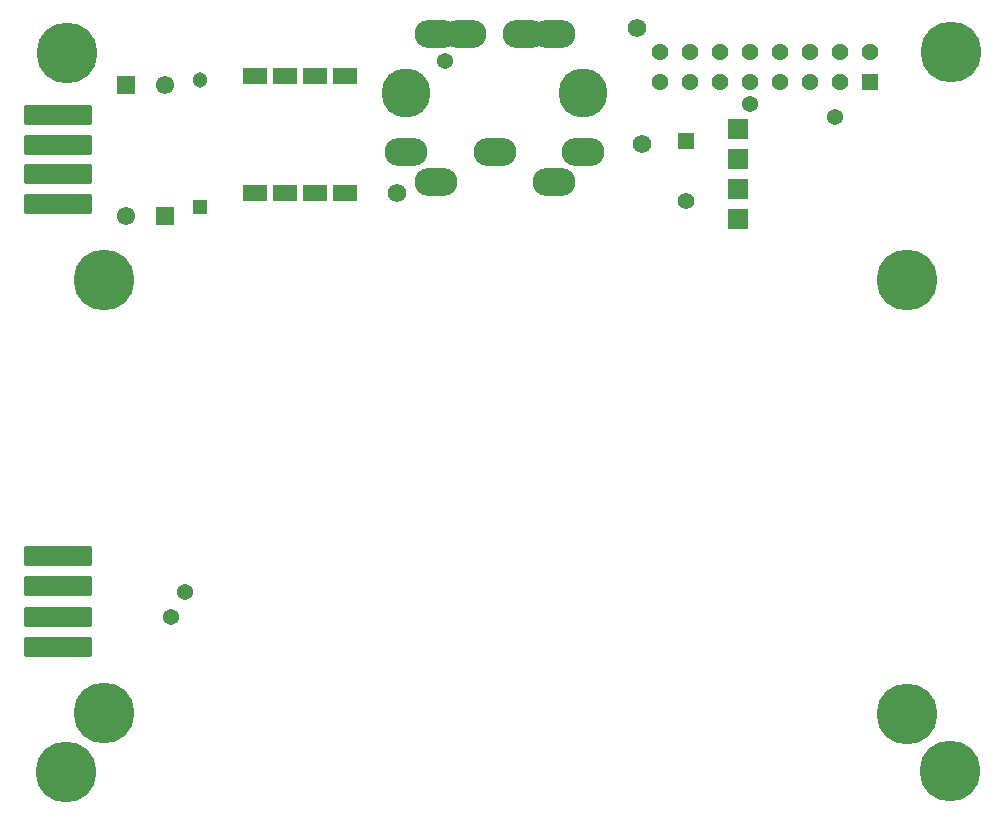
<source format=gbr>
G04 EasyPC Gerber Version 21.0.3 Build 4286 *
G04 #@! TF.Part,Single*
G04 #@! TF.FileFunction,Soldermask,Bot *
G04 #@! TF.FilePolarity,Negative *
%FSLAX35Y35*%
%MOIN*%
G04 #@! TA.AperFunction,ComponentPad*
%ADD84R,0.05128X0.05128*%
%ADD93R,0.05600X0.05600*%
%ADD79R,0.05620X0.05620*%
%ADD91R,0.06100X0.06100*%
%ADD90R,0.06600X0.06600*%
%ADD85C,0.05128*%
G04 #@! TA.AperFunction,ViaPad*
%ADD96C,0.05400*%
G04 #@! TA.AperFunction,ComponentPad*
%ADD94C,0.05600*%
%ADD80C,0.05620*%
%ADD92C,0.06100*%
G04 #@! TA.AperFunction,ViaPad*
%ADD95C,0.06200*%
G04 #@! TA.AperFunction,ComponentPad*
%ADD110O,0.14380X0.09261*%
%ADD111C,0.16348*%
G04 #@! TA.AperFunction,SMDPad*
%ADD82R,0.08080X0.05718*%
G04 #@! TA.AperFunction,WasherPad*
%ADD109C,0.20285*%
G04 #@! TA.AperFunction,ComponentPad*
%AMT112*0 Rounded Rectangle Pad at angle 90*4,1,36,0.11300,-0.02624,0.11300,0.02624,0.11287,0.02756,0.11248,0.02882,0.11186,0.02999,0.11102,0.03102,0.10999,0.03186,0.10882,0.03248,0.10756,0.03287,0.10624,0.03300,-0.10624,0.03300,-0.10756,0.03287,-0.10882,0.03248,-0.10999,0.03186,-0.11102,0.03102,-0.11186,0.02999,-0.11248,0.02882,-0.11287,0.02756,-0.11300,0.02624,-0.11300,-0.02624,-0.11287,-0.02756,-0.11248,-0.02882,-0.11186,-0.02999,-0.11102,-0.03102,-0.10999,-0.03186,-0.10882,-0.03248,-0.10756,-0.03287,-0.10624,-0.03300,0.10624,-0.03300,0.10756,-0.03287,0.10882,-0.03248,0.10999,-0.03186,0.11102,-0.03102,0.11186,-0.02999,0.11248,-0.02882,0.11287,-0.02756,0.11300,-0.02624,0*%
%ADD112T112*%
X0Y0D02*
D02*
D79*
X312329Y288045D03*
D02*
D80*
X242329D03*
Y298045D03*
X252329Y288045D03*
Y298045D03*
X262329Y288045D03*
Y298045D03*
X272329Y288045D03*
Y298045D03*
X282329Y288045D03*
Y298045D03*
X292329Y288045D03*
Y298045D03*
X302329Y288045D03*
Y298045D03*
X312329D03*
D02*
D82*
X107171Y250841D03*
Y289817D03*
X117171Y250841D03*
Y289817D03*
X127171Y250841D03*
Y289817D03*
X137171Y250841D03*
Y289817D03*
D02*
D84*
X88707Y246313D03*
D02*
D85*
Y288439D03*
D02*
D90*
X268234Y242376D03*
Y252376D03*
Y262376D03*
Y272376D03*
D02*
D91*
X64297Y286873D03*
X77289Y243154D03*
D02*
D92*
X64297Y243163D03*
X77289Y286864D03*
D02*
D93*
X250911Y268281D03*
D02*
D94*
Y248281D03*
D02*
D95*
X154455Y250841D03*
X234376Y305762D03*
X236344Y267179D03*
D02*
D96*
X79258Y109699D03*
X83982Y117967D03*
X170596Y294738D03*
X272329Y280565D03*
X300518Y276234D03*
D02*
D109*
X44020Y57903D03*
X44413Y297667D03*
X56790Y221823D03*
X56850Y77556D03*
X324613Y221849D03*
X324620Y77356D03*
X338902Y58296D03*
X339295Y298060D03*
D02*
D110*
X157604Y264423D03*
X167447Y254581D03*
Y303793D03*
X177289D03*
X187132Y264423D03*
X196974Y303793D03*
X206817Y254581D03*
Y303793D03*
X216659Y264423D03*
D02*
D111*
X157604Y284108D03*
X216659D03*
D02*
D112*
X41463Y99699D03*
Y109699D03*
Y119778D03*
Y129778D03*
Y247337D03*
Y257337D03*
Y267022D03*
Y277022D03*
X0Y0D02*
M02*

</source>
